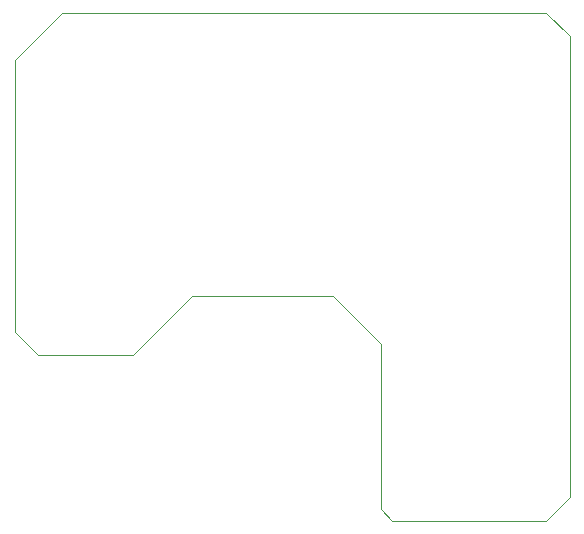
<source format=gm1>
%TF.GenerationSoftware,KiCad,Pcbnew,(6.0.6)*%
%TF.CreationDate,2022-08-27T18:47:02+08:00*%
%TF.ProjectId,Stealthburner_Toolhead_PCB,53746561-6c74-4686-9275-726e65725f54,rev?*%
%TF.SameCoordinates,Original*%
%TF.FileFunction,Profile,NP*%
%FSLAX46Y46*%
G04 Gerber Fmt 4.6, Leading zero omitted, Abs format (unit mm)*
G04 Created by KiCad (PCBNEW (6.0.6)) date 2022-08-27 18:47:02*
%MOMM*%
%LPD*%
G01*
G04 APERTURE LIST*
%TA.AperFunction,Profile*%
%ADD10C,0.100000*%
%TD*%
G04 APERTURE END LIST*
D10*
X132000000Y-139000000D02*
X131000000Y-138000000D01*
X131000000Y-124000000D02*
X127000000Y-120000000D01*
X115000000Y-120000000D02*
X110000000Y-125000000D01*
X100000000Y-123000000D02*
X102000000Y-125000000D01*
X100000000Y-100000000D02*
X100000000Y-123000000D01*
X100000000Y-100000000D02*
X104000000Y-96000000D01*
X145000000Y-139000000D02*
X132000000Y-139000000D01*
X131000000Y-138000000D02*
X131000000Y-124000000D01*
X104000000Y-96000000D02*
X145000000Y-96000000D01*
X145000000Y-96000000D02*
X147000000Y-98000000D01*
X147000000Y-137000000D02*
X145000000Y-139000000D01*
X147000000Y-98000000D02*
X147000000Y-137000000D01*
X110000000Y-125000000D02*
X102000000Y-125000000D01*
X127000000Y-120000000D02*
X115000000Y-120000000D01*
M02*

</source>
